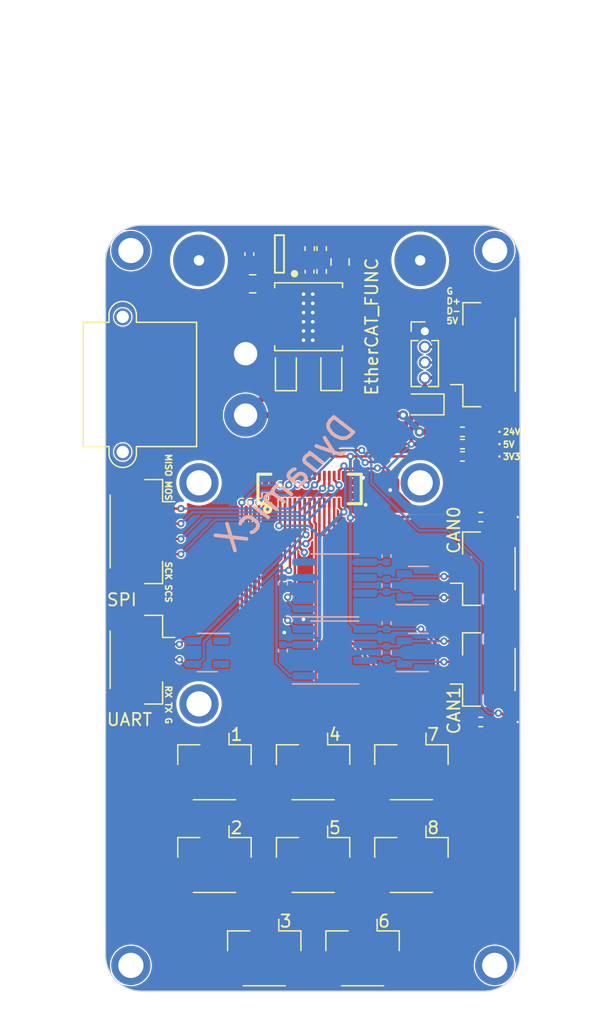
<source format=kicad_pcb>
(kicad_pcb (version 20221018) (generator pcbnew)
  (layers (0 "F.Cu" signal) (31 "B.Cu" signal) (34 "B.Paste" user) (35 "F.Paste" user) (36 "B.SilkS" user "B.Silkscreen") (37 "F.SilkS" user "F.Silkscreen") (38 "B.Mask" user) (39 "F.Mask" user) (44 "Edge.Cuts" user))
  (net 0 "")
  (net 1 "GND")
  (net 2 "+5V")
  (net 3 "3V3")
  (net 4 "+24V")
  (net 5 "Net-(U1-BS)")
  (net 6 "Net-(U1-LX)")
  (net 7 "Net-(U1-FB)")
  (net 8 "Net-(D1-A)")
  (net 9 "Net-(D2-A)")
  (net 10 "Net-(D3-A)")
  (net 11 "Net-(D4-A)")
  (net 12 "Net-(D5-A)")
  (net 13 "/CAN/FDCAN2_RX")
  (net 14 "/CAN/FDCAN2_TX")
  (net 15 "/CAN/FDCAN1_TX")
  (net 16 "/CAN/FDCAN1_RX")
  (net 17 "/CAN/CAN0_L")
  (net 18 "/CAN/CAN0_H")
  (net 19 "/CAN/CAN1_L")
  (net 20 "/CAN/CAN1_H")
  (net 21 "/POWER/D-")
  (net 22 "/POWER/D+")
  (net 23 "Net-(U1-FS)")
  (net 24 "/UART_RX")
  (net 25 "/UART_TX")
  (net 26 "/GPIO4")
  (net 27 "/GPIO5")
  (net 28 "/GPIO6")
  (net 29 "/GPIO7")
  (net 30 "/GPIO8")
  (net 31 "/SPI_SCS")
  (net 32 "/SPI_SCK")
  (net 33 "/SPI_MOSI")
  (net 34 "/SPI_MISO")
  (net 35 "/GPIO3")
  (net 36 "/GPIO2")
  (net 37 "/GPIO1")
  (net 38 "LED_CAN0")
  (net 39 "LED_CAN1")
  (footprint "EXTRA IC:M2" (layer "F.Cu") (at 162.74 73)
    (fp_text reference "H9" hide)
    (fp_text value "MountingHole")
  )
  (footprint "LED_SMD:LED_0402_1005Metric" (layer "F.Cu") (at 168.0975 87.96 180)
    (fp_text reference "D4" hide)
    (fp_text value "YELLOW")
  )
  (footprint "Resistor_SMD:R_0402_1005Metric" (layer "F.Cu") (at 154.72 72.04 -90)
    (fp_text reference "R3" hide)
    (fp_text value "20.5K")
  )
  (footprint "Connector_JST:JST_GH_BM02B-GHS-TBT_1x02-1MP_P1.25mm_Vertical" (layer "F.Cu") (at 154.025 114.3 180)
    (fp_text reference "J12" hide)
    (fp_text value "Conn_01x02")
  )
  (footprint "Connector_JST:JST_GH_SM03B-GHS-TB_1x03-1MP_P1.25mm_Horizontal" (layer "F.Cu") (at 140.07 105.51 -90)
    (fp_text reference "J8" hide)
    (fp_text value "Conn_01x03")
  )
  (footprint "Capacitor_SMD:C_0805_2012Metric" (layer "F.Cu") (at 149.11 74.91)
    (fp_text reference "C1" hide)
    (fp_text value "4.7u")
  )
  (footprint "EXTRA IC:M1.6" (layer "F.Cu") (at 144.74 109.107)
    (fp_text reference "H2" hide)
    (fp_text value "MountingHole")
  )
  (footprint "EXTRA IC:axt430124" (layer "F.Cu") (at 153.713 91.61)
    (fp_text reference "J1" hide)
    (fp_text value "axt430124")
  )
  (footprint "Resistor_SMD:R_0402_1005Metric" (layer "F.Cu") (at 167.67 93.9 180)
    (fp_text reference "R4" hide)
    (fp_text value "1K")
  )
  (footprint "Diode_SMD:D_SOD-323" (layer "F.Cu") (at 163.0675 84.73 180)
    (fp_text reference "D7" hide)
    (fp_text value "BV05C")
  )
  (footprint "EXTRA IC:M1.6" (layer "F.Cu") (at 168.8 130.4)
    (fp_text reference "H4" hide)
    (fp_text value "MountingHole")
  )
  (footprint "Resistor_SMD:R_0402_1005Metric" (layer "F.Cu") (at 166.1775 88.96 180)
    (fp_text reference "R8" hide)
    (fp_text value "1K")
  )
  (footprint "Connector_JST:JST_GH_BM02B-GHS-TBT_1x02-1MP_P1.25mm_Vertical" (layer "F.Cu") (at 146 114.3 180)
    (fp_text reference "J9" hide)
    (fp_text value "Conn_01x02")
  )
  (footprint "Connector_JST:JST_GH_BM02B-GHS-TBT_1x02-1MP_P1.25mm_Vertical" (layer "F.Cu") (at 146 121.85 180)
    (fp_text reference "J10" hide)
    (fp_text value "Conn_01x02")
  )
  (footprint "Diode_SMD:D_SOD-323" (layer "F.Cu") (at 155.51 81.99 90)
    (fp_text reference "D6" hide)
    (fp_text value "BV05C")
  )
  (footprint "EXTRA IC:M1.6" (layer "F.Cu") (at 144.74 91.11)
    (fp_text reference "H1" hide)
    (fp_text value "MountingHole")
  )
  (footprint "EXTRA IC:M1.6" (layer "F.Cu") (at 168.8 72.2)
    (fp_text reference "H7" hide)
    (fp_text value "MountingHole")
  )
  (footprint "EXTRA IC:M1.6" (layer "F.Cu") (at 139.2 72.2)
    (fp_text reference "H6" hide)
    (fp_text value "MountingHole")
  )
  (footprint "Connector_JST:JST_GH_BM02B-GHS-TBT_1x02-1MP_P1.25mm_Vertical" (layer "F.Cu") (at 150.05 129.45 180)
    (fp_text reference "J11" hide)
    (fp_text value "Conn_01x02")
  )
  (footprint "Resistor_SMD:R_0402_1005Metric" (layer "F.Cu") (at 166.1775 86.96 180)
    (fp_text reference "R10" hide)
    (fp_text value "10K")
  )
  (footprint "LED_SMD:LED_0402_1005Metric" (layer "F.Cu") (at 169.585 93.9 180)
    (fp_text reference "D1" hide)
    (fp_text value "BLUE")
  )
  (footprint "Connector_AMASS:AMASS_XT30PW-M_1x02_P2.50mm_Horizontal" (layer "F.Cu") (at 148.535 80.6 90)
    (fp_text reference "J5" hide)
    (fp_text value "Conn_01x02")
  )
  (footprint "Resistor_SMD:R_0402_1005Metric" (layer "F.Cu") (at 167.665 110.58 180)
    (fp_text reference "R5" hide)
    (fp_text value "1K")
  )
  (footprint "Connector_JST:JST_GH_BM02B-GHS-TBT_1x02-1MP_P1.25mm_Vertical" (layer "F.Cu") (at 158.05 129.45 180)
    (fp_text reference "J14" hide)
    (fp_text value "Conn_01x02")
  )
  (footprint "Connector_PinHeader_1.27mm:PinHeader_1x04_P1.27mm_Vertical" (layer "F.Cu") (at 163.115 78.77)
    (fp_text reference "J7" hide)
    (fp_text value "Conn_01x04")
  )
  (footprint "Capacitor_SMD:C_0402_1005Metric" (layer "F.Cu") (at 148.84 72.49 90)
    (fp_text reference "C2" hide)
    (fp_text value "10n")
  )
  (footprint "EXTRA IC:M1.6" (layer "F.Cu") (at 162.74 91.11)
    (fp_text reference "H3" hide)
    (fp_text value "MountingHole")
  )
  (footprint "Capacitor_SMD:C_0805_2012Metric" (layer "F.Cu") (at 156.22 73.13 -90)
    (fp_text reference "C4" hide)
    (fp_text value "22u")
  )
  (footprint "Connector_JST:JST_GH_SM02B-GHS-TB_1x02-1MP_P1.25mm_Horizontal" (layer "F.Cu") (at 167.9 106.31 90)
    (fp_text reference "J3" hide)
    (fp_text value "Conn_01x02")
  )
  (footprint "EXTRA IC:M2" (layer "F.Cu") (at 144.74 73)
    (fp_text reference "H8" hide)
    (fp_text value "MountingHole")
  )
  (footprint "EXTRA IC:M1.6" (layer "F.Cu") (at 139.2 130.4)
    (fp_text reference "H5" hide)
    (fp_text value "MountingHole")
  )
  (footprint "LED_SMD:LED_0402_1005Metric" (layer "F.Cu") (at 168.0975 86.96 180)
    (fp_text reference "D5" hide)
    (fp_text value "RED")
  )
  (footprint "Connector_JST:JST_GH_BM02B-GHS-TBT_1x02-1MP_P1.25mm_Vertical" (layer "F.Cu") (at 162.025 114.3 180)
    (fp_text reference "J15" hide)
    (fp_text value "Conn_01x02")
  )
  (footprint "Resistor_SMD:R_0402_1005Metric" (layer "F.Cu") (at 166.1775 87.96 180)
    (fp_text reference "R9" hide)
    (fp_text value "1K")
  )
  (footprint "Connector_JST:JST_GH_BM02B-GHS-TBT_1x02-1MP_P1.25mm_Vertical" (layer "F.Cu") (at 162.025 121.85 180)
    (fp_text reference "J16" hide)
    (fp_text value "Conn_01x02")
  )
  (footprint "Connector_JST:JST_GH_SM04B-GHS-TB_1x04-1MP_P1.25mm_Horizontal" (layer "F.Cu") (at 140.07 95.08 -90)
    (fp_text reference "J4" hide)
    (fp_text value "Conn_01x04")
  )
  (footprint "Diode_SMD:D_SOD-323" (layer "F.Cu") (at 151.81 82 90)
    (fp_text reference "D8" hide)
    (fp_text value "BV24C")
  )
  (footprint "Resistor_SMD:R_0402_1005Metric" (layer "F.Cu") (at 154.72 73.9 90)
    (fp_text reference "R2" hide)
    (fp_text value "150K")
  )
  (footprint "Capacitor_SMD:C_0402_1005Metric" (layer "F.Cu") (at 153.74 73.92 -90)
    (fp_text reference "C3" hide)
    (fp_text value "10n")
  )
  (footprint "Connector_JST:JST_GH_SM02B-GHS-TB_1x02-1MP_P1.25mm_Horizontal" (layer "F.Cu") (at 167.9 98.1 90)
    (fp_text reference "J2" hide)
    (fp_text value "Conn_01x02")
  )
  (footprint "Inductor_SMD:L_Sunlord_SWPA5040S" (layer "F.Cu") (at 153.66 77.59)
    (fp_text reference "L1" hide)
    (fp_text value "22uH")
  )
  (footprint "Connector_JST:JST_GH_SM04B-GHS-TB_1x04-1MP_P1.25mm_Horizontal" (layer "F.Cu") (at 167.92 80.68 90)
    (fp_text reference "J6" hide)
    (fp_text value "Conn_01x04")
  )
  (footprint "LED_SMD:LED_0402_1005Metric" (layer "F.Cu") (at 168.0975 88.96 180)
    (fp_text reference "D3" hide)
    (fp_text value "GREEN")
  )
  (footprint "LED_SMD:LED_0402_1005Metric" (layer "F.Cu") (at 169.585 110.58 180)
    (fp_text reference "D2" hide)
    (fp_text value "BLUE")
  )
  (footprint "Resistor_SMD:R_0402_1005Metric" (layer "F.Cu") (at 153.75 72.04 -90)
    (fp_text reference "R1" hide)
    (fp_text value "100K")
  )
  (footprint "Connector_JST:JST_GH_BM02B-GHS-TBT_1x02-1MP_P1.25mm_Vertical" (layer "F.Cu") (at 154.025 121.85 180)
    (fp_text reference "J13" hide)
    (fp_text value "Conn_01x02")
  )
  (footprint "EXTRA IC:SOT-23-8_L3.0-W1.7-P0.65-LS2.8-BR" (layer "F.Cu") (at 151.286 72.4765)
    (fp_text reference "U1" hide)
    (fp_text value "SY8303AAIC")
  )
  (footprint "Package_TO_SOT_SMD:SOT-23-3" (layer "B.Cu") (at 162.5925 104.925)
    (fp_text reference "U5" hide)
    (fp_text value "~")
  )
  (footprint "Capacitor_SMD:C_0402_1005Metric" (layer "B.Cu") (at 160 97.08 90)
    (fp_text reference "C6" hide)
    (fp_text value "100n")
  )
  (footprint "Capacitor_SMD:C_0402_1005Metric" (layer "B.Cu") (at 160 102.54 90)
    (fp_text reference "C5" hide)
    (fp_text value "100n")
  )
  (footprint "Package_SO:SOIC-8_3.9x4.9mm_P1.27mm" (layer "B.Cu") (at 155.785 104.925)
    (fp_text reference "U3" hide)
    (fp_text value "TJA1051T-3")
  )
  (footprint "Package_SO:SOIC-8_3.9x4.9mm_P1.27mm" (layer "B.Cu") (at 155.785 99.465)
    (fp_text reference "U2" hide)
    (fp_text value "TJA1051T-3")
  )
  (footprint "Package_TO_SOT_SMD:SOT-23-5" (layer "B.Cu") (at 145.4075 104.93 180)
    (fp_text reference "U6" hide)
    (fp_text value "ESDS314")
  )
  (footprint "Package_TO_SOT_SMD:SOT-23-3" (layer "B.Cu") (at 162.5925 99.475)
    (fp_text reference "U4" hide)
    (fp_text value "~")
  )
  (footprint "Resistor_SMD:R_0402_1005Metric" (layer "B.Cu") (at 160.005 104.93 90)
    (fp_text reference "R7" hide)
    (fp_text value "120")
  )
  (footprint "Resistor_SMD:R_0402_1005Metric" (layer "B.Cu") (at 160.01 99.47 90)
    (fp_text reference "R6" hide)
    (fp_text value "120")
  )
  (footprint "Capacitor_SMD:C_0402_1005Metric" (layer "B.Cu") (at 151.565 99.305 -90)
    (fp_text reference "C8" hide)
    (fp_text value "100n")
  )
  (footprint "Capacitor_SMD:C_0402_1005Metric" (layer "B.Cu") (at 151.565 104.765 -90)
    (fp_text reference "C7" hide)
    (fp_text value "100n")
  )
  (gr_line (start 167.914035 70.135965) (end 140.085965 70.135965) (stroke (width 0.1)) (layer "Edge.Cuts"))
  (gr_line (start 137.135965 128.05) (end 137.135965 129.55) (stroke (width 0.1)) (layer "Edge.Cuts"))
  (gr_line (start 170.864035 113.914035) (end 170.864035 73.085965) (stroke (width 0.1)) (layer "Edge.Cuts"))
  (gr_line (start 137.135965 73.085965) (end 137.135965 113.914035) (stroke (width 0.1)) (layer "Edge.Cuts"))
  (gr_line (start 140.085965 132.5) (end 167.914035 132.5) (stroke (width 0.1)) (layer "Edge.Cuts"))
  (gr_arc (start 137.135965 73.085965) (mid 138 71) (end 140.085965 70.135965) (stroke (width 0.1)) (layer "Edge.Cuts"))
  (gr_arc (start 167.914035 70.135965) (mid 170 71) (end 170.864035 73.085965) (stroke (width 0.1)) (layer "Edge.Cuts"))
  (gr_line (start 170.864035 113.914035) (end 170.864035 128.05) (stroke (width 0.1)) (layer "Edge.Cuts"))
  (gr_arc (start 170.864035 129.55) (mid 169.99999 131.635955) (end 167.914035 132.5) (stroke (width 0.1)) (layer "Edge.Cuts"))
  (gr_line (start 137.135965 113.914035) (end 137.135965 128.05) (stroke (width 0.1)) (layer "Edge.Cuts"))
  (gr_arc (start 140.085965 132.5) (mid 138.00001 131.635955) (end 137.135965 129.55) (stroke (width 0.1)) (layer "Edge.Cuts"))
  (gr_line (start 170.864035 128.05) (end 170.864035 129.55) (stroke (width 0.1)) (layer "Edge.Cuts"))
  (gr_text "DynamicX" (at 151.9 91.1 45) (layer "B.SilkS") (effects (font (size 2 2) (thickness 0.3) bold italic) (justify mirror)))
  (gr_text "SPI" (at 138.46 100.64) (layer "F.SilkS") (effects (font (size 1 1))))
  (gr_text "5" (at 155.8 119.2) (layer "F.SilkS") (effects (font (size 1 1))))
  (gr_text "MISO MOSI" (at 142.25 88.69 270) (layer "F.SilkS") (effects (font (size 0.5 0.5) (thickness 0.125) bold) (justify left)))
  (gr_text "4" (at 155.8 111.6) (layer "F.SilkS") (effects (font (size 1 1))))
  (gr_text "1" (at 147.8 111.6) (layer "F.SilkS") (effects (font (size 1 1))))
  (gr_text "RX TX G" (at 142.25 107.55 270) (layer "F.SilkS") (effects (font (size 0.5 0.5) (thickness 0.125) bold) (justify left)))
  (gr_text "3" (at 151.8 126.8) (layer "F.SilkS") (effects (font (size 1 1))))
  (gr_text "7" (at 163.8 111.6) (layer "F.SilkS") (effects (font (size 1 1))))
  (gr_text "UART" (at 139.079048 110.39) (layer "F.SilkS") (effects (font (size 1 1))))
  (gr_text "EtherCAT_FUNC" (at 158.8 78.4 90) (layer "F.SilkS") (effects (font (size 1 1))))
  (gr_text "CAN1" (at 165.48 109.66 90) (layer "F.SilkS") (effects (font (size 1 1))))
  (gr_text "8" (at 163.8 119.2) (layer "F.SilkS") (effects (font (size 1 1))))
  (gr_text "CAN0" (at 165.48 94.96 90) (layer "F.SilkS") (effects (font (size 1 1))))
  (gr_text "6" (at 159.8 126.8) (layer "F.SilkS") (effects (font (size 1 1))))
  (gr_text "2" (at 147.8 119.2) (layer "F.SilkS") (effects (font (size 1 1))))
  (gr_text "SCK SCS" (at 142.25 97.46 270) (layer "F.SilkS") (effects (font (size 0.5 0.5) (thickness 0.125) bold) (justify left)))
  (gr_text "5V" (at 169.41 87.99) (layer "F.SilkS") (effects (font (size 0.5 0.5) (thickness 0.125) bold) (justify left)))
  (gr_text "G\nD+\nD-\n5V" (at 164.81 76.72) (layer "F.SilkS") (effects (font (size 0.5 0.5) (thickness 0.125) bold) (justify left)))
  (gr_text "24V" (at 169.41 86.96) (layer "F.SilkS") (effects (font (size 0.5 0.5) (thickness 0.125) bold) (justify left)))
  (gr_text "3V3" (at 169.41 88.98) (layer "F.SilkS") (effects (font (size 0.5 0.5) (thickness 0.125) bold) (justify left)))
  (via (at 153.25 78.75) (size 0.6) (drill 0.3) (layers "F.Cu" "B.Cu") (net 1))
  (via (at 154 78) (size 0.6) (drill 0.3) (layers "F.Cu" "B.Cu") (net 1))
  (via (at 160.3 91.7) (size 0.6) (drill 0.3) (layers "F.Cu" "B.Cu") (net 1))
  (via (at 151.68 103.3) (size 0.6) (drill 0.3) (layers "F.Cu" "B.Cu") (net 1))
  (via (at 154 77.25) (size 0.6) (drill 0.3) (layers "F.Cu" "B.Cu") (net 1))
  (via (at 153.25 79.5) (size 0.6) (drill 0.3) (layers "F.Cu" "B.Cu") (net 1))
  (via (at 154 75.75) (size 0.6) (drill 0.3) (layers "F.Cu" "B.Cu") (net 1))
  (via (at 153.25 75.75) (size 0.6) (drill 0.3) (layers "F.Cu" "B.Cu") (net 1))
  (via (at 153.25 76.5) (size 0.6) (drill 0.3) (layers "F.Cu" "B.Cu") (net 1))
  (via (at 153.24 102.23) (size 0.6) (drill 0.3) (layers "F.Cu" "B.Cu") (net 1))
  (via (at 154 76.5) (size 0.6) (drill 0.3) (layers "F.Cu" "B.Cu") (net 1))
  (via (at 153.25 77.25) (size 0.6) (drill 0.3) (layers "F.Cu" "B.Cu") (net 1))
  (via (at 158.1 90.7) (size 0.6) (drill 0.3) (layers "F.Cu" "B.Cu") (net 1))
  (via (at 153.25 78) (size 0.6) (drill 0.3) (layers "F.Cu" "B.Cu") (net 1))
  (via (at 154 79.5) (size 0.6) (drill 0.3) (layers "F.Cu" "B.Cu") (net 1))
  (via (at 158.3 92.9) (size 0.6) (drill 0.3) (layers "F.Cu" "B.Cu") (net 1))
  (via (at 154 78.75) (size 0.6) (drill 0.3) (layers "F.Cu" "B.Cu") (net 1))
  (segment (start 154.71 74.4) (end 154.72 74.41) (width 0.32) (layer "F.Cu") (net 2))
  (segment (start 156.14 92.71) (end 156.14 93.089002) (width 0.2) (layer "F.Cu") (net 2))
  (segment (start 159.2095 89.9595) (end 159.2595 89.9095) (width 0.2) (layer "F.Cu") (net 2))
  (segment (start 156.14 90.130998) (end 156.5355 89.735498) (width 0.2) (layer "F.Cu") (net 2))
  (segment (start 163.14 82.555) (end 163.115 82.58) (width 0.32) (layer "F.Cu") (net 2))
  (segment (start 162.02 87.96) (end 162.0175 87.9575) (width 0.32) (layer "F.Cu") (net 2))
  (segment (start 162.02 87.96) (end 165.6675 87.96) (width 0.32) (layer "F.Cu") (net 2))
  (segment (start 153.74 74.4) (end 154.71 74.4) (width 0.32) (layer "F.Cu") (net 2))
  (segment (start 158.2275 80.94) (end 162.0175 84.73) (width 0.32) (layer "F.Cu") (net 2))
  (segment (start 154.72 74.41) (end 155.89 74.41) (width 0.32) (layer "F.Cu") (net 2))
  (segment (start 151.34 92.71) (end 151.34 94.51) (width 0.2) (layer "F.Cu") (net 2))
  (segment (start 163.115 82.58) (end 163.115 83.6325) (width 0.32) (layer "F.Cu") (net 2))
  (segment (start 151.34 89.935) (end 151.34 90.51) (width 0.2) (layer "F.Cu") (net 2))
  (segment (start 155.51 77.59) (end 155.51 80.94) (width 0.32) (layer "F.Cu") (net 2))
  (segment (start 151.34 94.51) (end 151.2405 94.6095) (width 0.2) (layer "F.Cu") (net 2))
  (segment (start 156.759502 89.9595) (end 159.2095 89.9595) (width 0.2) (layer "F.Cu") (net 2))
  (segment (start 163.115 83.6325) (end 162.0175 84.73) (width 0.32) (layer "F.Cu") (net 2))
  (segment (start 166.07 82.555) (end 163.14 82.555) (width 0.32) (layer "F.Cu") (net 2))
  (segment (start 155.89 74.41) (end 156.22 74.08) (width 0.32) (layer "F.Cu") (net 2))
  (segment (start 155.51 80.94) (end 158.2275 80.94) (width 0.32) (layer "F.Cu") (net 2))
  (segment (start 162.02 87.96) (end 153.315 87.96) (width 0.2) (layer "F.Cu") (net 2))
  (segment (start 156.5355 89.735498) (end 156.759502 89.9595) (width 0.2) (layer "F.Cu") (net 2))
  (segment (start 162.0175 87.9575) (end 162.0175 84.73) (width 0.32) (layer "F.Cu") (net 2))
  (segment (start 156.14 90.51) (end 156.14 90.130998) (width 0.2) (layer "F.Cu") (net 2))
  (segment (start 156.14 93.089002) (end 156.5355 93.484502) (width 0.2) (layer "F.Cu") (net 2))
  (segment (start 153.315 87.96) (end 151.34 89.935) (width 0.2) (layer "F.Cu") (net 2))
  (via (at 156.5355 93.484502) (size 0.6) (drill 0.3) (layers "F.Cu" "B.Cu") (net 2))
  (via (at 159.2595 89.9095) (size 0.6) (drill 0.3) (layers "F.Cu" "B.Cu") (net 2))
  (via (at 151.2405 94.6095) (size 0.6) (drill 0.3) (layers "F.Cu" "B.Cu") (net 2))
  (via (at 156.5355 89.735498) (size 0.6) (drill 0.3) (layers "F.Cu" "B.Cu") (net 2))
  (via (at 162.02 87.96) (size 0.6) (drill 0.3) (layers "F.Cu" "B.Cu") (net 2))
  (segment (start 154.525 98.83) (end 154.545 98.85) (width 0.32) (layer "B.Cu") (net 2))
  (segment (start 153.31 98.83) (end 151.57 98.83) (width 0.32) (layer "B.Cu") (net 2))
  (segment (start 151.2405 94.6095) (end 153.679498 94.6095) (width 0.2) (layer "B.Cu") (net 2))
  (segment (start 156.632468 93.387534) (end 156.5355 93.484502) (width 0.2) (layer "B.Cu") (net 2))
  (segment (start 154.545 103.715) (end 154.545 98.85) (width 0.32) (layer "B.Cu") (net 2))
  (segment (start 153.679498 94.6095) (end 154.545 95.475002) (width 0.2) (layer "B.Cu") (net 2))
  (segment (start 153.31 104.29) (end 153.97 104.29) (width 0.32) (layer "B.Cu") (net 2))
  (segment (start 153.97 104.29) (end 154.545 103.715) (width 0.32) (layer "B.Cu") (net 2))
  (segment (start 162.02 87.96) (end 160.0705 89.9095) (width 0.2) (layer "B.Cu") (net 2))
  (segment (start 156.5355 89.735498) (end 156.632468 89.832466) (width 0.2) (layer "B.Cu") (net 2))
  (segment (start 151.57 104.29) (end 151.565 104.285) (width 0.32) (layer "B.Cu") (net 2))
  (segment (start 154.545 95.475002) (end 156.5355 93.484502) (width 0.32) (layer "B.Cu") (net 2))
  (segment (start 156.632468 89.832466) (end 156.632468 93.387534) (width 0.2) (layer "B.Cu") (net 2))
  (segment (start 153.31 98.83) (end 154.525 98.83) (width 0.32) (layer "B.Cu") (net 2))
  (segment (start 154.545 98.85) (end 154.545 95.475002) (width 0.32) (layer "B.Cu") (net 2))
  (segment (start 153.31 104.29) (end 151.57 104.29) (width 0.32) (layer "B.Cu") (net 2))
  (segment (start 151.57 98.83) (end 151.565 98.825) (width 0.32) (layer "B.Cu") (net 2))
  (segment (start 160.0705 89.9095) (end 159.2595 89.9095) (width 0.2) (layer "B.Cu") (net 2))
  (segment (start 153.34 90.51) (end 153.34 90.02) (width 0.2) (layer "F.Cu") (net 3))
  (segment (start 157.11 93.9) (end 157.06 93.95) (width 0.2) (layer "F.Cu") (net 3))
  (segment (start 153.425 89.935) (end 154.13 89.935) (width 0.2) (layer "F.Cu") (net 3))
  (segment (start 157.06 88.96) (end 165.6675 88.96) (width 0.2) (layer "F.Cu") (net 3))
  (segment (start 154.14 90.51) (end 154.14 89.945) (width 0.2) (layer "F.Cu") (net 3))
  (segment (start 154.14 89.945) (end 154.13 89.935) (width 0.2) (layer "F.Cu") (net 3))
  (segment (start 153.34 90.02) (end 153.425 89.935) (width 0.2) (layer "F.Cu") (net 3))
  (segment (start 155.29 88.96) (end 157.06 88.96) (width 0.2) (layer "F.Cu") (net 3))
  (segment (start 154.315 89.935) (end 155.29 88.96) (width 0.2) (layer "F.Cu") (net 3))
  (segment (start 167.16 93.9) (end 157.11 93.9) (width 0.2) (layer "F.Cu") (net 3))
  (segment (start 164.17 107.595) (end 164.17 104.39) (width 0.2) (layer "F.Cu") (net 3))
  (segment (start 167.155 110.58) (end 164.17 107.595) (width 0.2) (layer "F.Cu") (net 3))
  (segment (start 154.13 89.935) (end 154.315 89.935) (width 0.2) (layer "F.Cu") (net 3))
  (segment (start 164.17 104.39) (end 162.8 103.02) (width 0.2) (layer "F.Cu") (net 3))
  (via (at 157.06 88.96) (size 0.6) (drill 0.3) (layers "F.Cu" "B.Cu") (net 3))
  (via (at 157.06 93.95) (size 0.6) (drill 0.3) (layers "F.Cu" "B.Cu") (net 3))
  (via (at 162.8 103.02) (size 0.6) (drill 0.3) (layers "F.Cu" "B.Cu") (net 3))
  (segment (start 157.06 97.52) (end 157.06 93.95) (width 0.25) (layer "B.Cu") (net 3))
  (segment (start 158.26 103.02) (end 157.6 103.02) (width 0.25) (layer "B.Cu") (net 3))
  (segment (start 157.06 102.48) (end 157.06 97.52) (width 0.25) (layer "B.Cu") (net 3))
  (segment (start 158.26 103.02) (end 160 103.02) (width 0.25) (layer "B.Cu") (net 3))
  (segment (start 157.06 93.95) (end 157.06 88.96) (width 0.25) (layer "B.Cu") (net 3))
  (segment (start 158.26 97.56) (end 157.1 97.56) (width 0.25) (layer "B.Cu") (net 3))
  (segment (start 157.6 103.02) (end 157.06 102.48) (width 0.25) (layer "B.Cu") (net 3))
  (segment (start 162.8 103.02) (end 160 103.02) (width 0.2) (layer "B.Cu") (net 3))
  (segment (start 158.26 97.56) (end 160 97.56) (width 0.25) (layer "B.Cu") (net 3))
  (segment (start 157.1 97.56) (end 157.06 97.52) (width 0.25) (layer "B.Cu") (net 3))
  (segment (start 148.27 71.704315) (end 148.27 73.28) (width 0.32) (layer "F.Cu") (net 4))
  (segment (start 148.53 73.54) (end 149.9715 73.54) (width 0.32) (layer "F.Cu") (net 4))
  (segment (start 150.06 71.5015) (end 150.0285 71.47) (width 0.32) (layer "F.Cu") (net 4))
  (segment (start 150.635 83.5) (end 150.635 82.125) (width 0.5) (layer "F.Cu") (net 4))
  (segment (start 150.0285 71.47) (end 148.504315 71.47) (width 0.32) (layer "F.Cu") (net 4))
  (segment (start 148.535 85.6) (end 161.358 85.6) (width 0.5) (layer "F.Cu") (net 4))
  (segment (start 148.504315 71.47) (end 148.27 71.704315) (width 0.32) (layer "F.Cu") (net 4))
  (segment (start 150.635 79.915) (end 150.635 75.485) (width 0.5) (layer "F.Cu") (net 4))
  (segment (start 150.06 74.91) (end 150.635 75.485) (width 0.5) (layer "F.Cu") (net 4))
  (segment (start 150.635 82.125) (end 151.81 80.95) (width 0.5) (layer "F.Cu") (net 4))
  (segment (start 151.67 80.95) (end 150.635 79.915) (width 0.5) (layer "F.Cu") (net 4))
  (segment (start 151.81 80.95) (end 151.67 80.95) (width 0.5) (layer "F.Cu") (net 4))
  (segment (start 149.9715 73.54) (end 150.06 73.4515) (width 0.32) (layer "F.Cu") (net 4))
  (segment (start 165.6675 86.96) (end 162.677 86.96) (width 0.5) (layer "F.Cu") (net 4))
  (segment (start 148.27 73.28) (end 148.53 73.54) (width 0.32) (layer "F.Cu") (net 4))
  (segment (start 148.535 85.6) (end 150.635 83.5) (width 0.5) (layer "F.Cu") (net 4))
  (via (at 161.358 85.6) (size 0.8) (drill 0.4) (layers "F.Cu" "B.Cu") (net 4))
  (via (at 162.677 86.96) (size 0.8) (drill 0.4) (layers "F.Cu" "B.Cu") (net 4))
  (segment (start 162.677 86.919) (end 161.358 85.6) (width 0.5) (layer "B.Cu") (net 4))
  (segment (start 162.677 86.96) (end 162.677 86.919) (width 0.5) (layer "B.Cu") (net 4))
  (segment (start 149.0085 72.8015) (end 148.84 72.97) (width 0.32) (layer "F.Cu") (net 5))
  (segment (start 150.06 72.8015) (end 149.0085 72.8015) (width 0.32) (layer "F.Cu") (net 5))
  (segment (start 150.06 72.1515) (end 148.9815 72.1515) (width 0.32) (layer "F.Cu") (net 6))
  (segment (start 151.32 72.9675) (end 151.32 77.1) (width 0.32) (layer "F.Cu") (net 6))
  (segment (start 151.3 77.08) (end 151.81 77.59) (width 0.32) (layer "F.Cu") (net 6))
  (segment (start 150.06 72.1515) (end 150.504 72.1515) (width 0.32) (layer "F.Cu") (net 6))
  (segment (start 151.32 77.1) (end 151.81 77.59) (width 0.32) (layer "F.Cu") (net 6))
  (segment (start 148.9815 72.1515) (end 148.84 72.01) (width 0.32) (layer "F.Cu") (net 6))
  (segment (start 150.504 72.1515) (end 151.32 72.9675) (width 0.32) (layer "F.Cu") (net 6))
  (segment (start 154.72 73.39) (end 154.72 72.55) (width 0.25) (layer "F.Cu") (net 7))
  (segment (start 153.74 73.44) (end 154.67 73.44) (width 0.25) (layer "F.Cu") (net 7))
  (segment (start 152.512 73.4515) (end 153.7285 73.4515) (width 0.25) (layer "F.Cu") (net 7))
  (segment (start 153.7285 73.4515) (end 153.74 73.44) (width 0.25) (layer "F.Cu") (net 7))
  (segment (start 154.67 73.44) (end 154.72 73.39) (width 0.25) (layer "F.Cu") (net 7))
  (segment (start 168.18 93.9) (end 169.1 93.9) (width 0.2) (layer "F.Cu") (net 8))
  (segment (start 168.175 110.58) (end 169.1 110.58) (width 0.2) (layer "F.Cu") (net 9))
  (segment (start 166.6875 88.96) (end 167.6125 88.96) (width 0.2) (layer "F.Cu") (net 10))
  (segment (start 166.6875 87.96) (end 167.6125 87.96) (width 0.2) (layer "F.Cu") (net 11))
  (segment (start 166.6875 86.96) (end 167.6125 86.96) (width 0.2) (layer "F.Cu") (net 12))
  (segment (start 151.74 97.42) (end 151.46 97.7) (width 0.2) (layer "F.Cu") (net 13))
  (segment (start 151.74 92.71) (end 151.74 97.42) (width 0.2) (layer "F.Cu") (net 13))
  (segment (start 151.46 97.7) (end 151.46 101.81) (width 0.2) (layer "F.Cu") (net 13))
  (segment (start 151.46 101.81) (end 151.96 102.31) (width 0.2) (layer "F.Cu") (net 13))
  (via (at 151.96 102.31) (size 0.6) (drill 0.3) (layers "F.Cu" "B.Cu") (net 13))
  (segment (start 153.31 103.02) (end 152.67 103.02) (width 0.2) (layer "B.Cu") (net 13))
  (segment (start 152.67 103.02) (end 151.96 102.31) (width 0.2) (layer "B.Cu") (net 13))
  (segment (start 152.14 98.140831) (end 152.0405 98.240331) (width 0.2) (layer "F.Cu") (net 14))
  (segment (start 152.14 92.71) (end 152.14 98.140831) (width 0.2) (layer "F.Cu") (net 14))
  (via (at 152.0405 98.240331) (size 0.6) (drill 0.3) (layers "F.Cu" "B.Cu") (net 14))
  (segment (start 151.358836 98.240331) (end 151.04 98.559167) (width 0.2) (layer "B.Cu") (net 14))
  (segment (start 152.11 106.83) (end 153.31 106.83) (width 0.2) (layer "B.Cu") (net 14))
  (segment (start 151.04 98.559167) (end 151.04 105.76) (width 0.2) (layer "B.Cu") (net 14))
  (segment (start 152.0405 98.240331) (end 151.358836 98.240331) (width 0.2) (layer "B.Cu") (net 14))
  (segment (start 151.04 105.76) (end 152.11 106.83) (width 0.2) (layer "B.Cu") (net 14))
  (segment (start 152.54 92.71) (end 152.54 99.835798) (width 0.2) (layer "F.Cu") (net 15))
  (segment (start 152.54 99.835798) (end 151.960843 100.414955) (width 0.2) (layer "F.Cu") (net 15))
  (via (at 151.960843 100.414955) (size 0.6) (drill 0.3) (layers "F.Cu" "B.Cu") (net 15))
  (segment (start 151.960843 100.700843) (end 151.960843 100.414955) (width 0.2) (layer "B.Cu") (net 15))
  (segment (start 153.31 101.37) (end 152.63 101.37) (width 0.2) (layer "B.Cu") (net 15))
  (segment (start 152.63 101.37) (end 151.960843 100.700843) (width 0.2) (layer "B.Cu") (net 15))
  (segment (start 153.31 96.77) (end 152.94 96.4) (width 0.2) (layer "F.Cu") (net 16))
  (segment (start 152.94 96.4) (end 152.94 92.71) (width 0.2) (layer "F.Cu") (net 16))
  (via (at 153.31 96.77) (size 0.6) (drill 0.3) (layers "F.Cu" "B.Cu") (net 16))
  (segment (start 153.31 96.77) (end 153.31 97.56) (width 0.2) (layer "B.Cu") (net 16))
  (segment (start 164.685 98.725) (end 164.68 98.73) (width 0.2) (layer "F.Cu") (net 17))
  (segment (start 166.05 98.725) (end 164.685 98.725) (width 0.2) (layer "F.Cu") (net 17))
  (via (at 164.68 98.73) (size 0.6) (drill 0.3) (layers "F.Cu" "B.Cu") (net 17))
  (segment (start 160.01 98.96) (end 158.39 98.96) (width 0.2) (layer "B.Cu") (net 17))
  (segment (start 161.02 98.96) (end 161.455 98.525) (width 0.2) (layer "B.Cu") (net 17))
  (segment (start 160.01 98.96) (end 161.02 98.96) (width 0.2) (layer "B.Cu") (net 17))
  (segment (start 164.68 98.73) (end 161.66 98.73) (width 0.2) (layer "B.Cu") (net 17))
  (segment (start 161.66 98.73) (end 161.455 98.525) (width 0.2) (layer "B.Cu") (net 17))
  (segment (start 158.39 98.96) (end 158.26 98.83) (width 0.2) (layer "B.Cu") (net 17))
  (segment (start 167.1 97.99) (end 167.1 99.019975) (width 0.2) (layer "F.Cu") (net 18))
  (segment (start 166.05 97.475) (end 166.585 97.475) (width 0.2) (layer "F.Cu") (net 18))
  (segment (start 167.1 99.019975) (end 165.669975 100.45) (width 0.2) (layer "F.Cu") (net 18))
  (segment (start 166.585 97.475) (end 167.1 97.99) (width 0.2) (layer "F.Cu") (net 18))
  (segment (start 165.669975 100.45) (end 164.67 100.45) (width 0.2) (layer "F.Cu") (net 18))
  (via (at 164.67 100.45) (size 0.6) (drill 0.3) (layers "F.Cu" "B.Cu") (net 18))
  (segment (start 160.01 99.98) (end 158.38 99.98) (width 0.2) (layer "B.Cu") (net 18))
  (segment (start 164.67 100.45) (end 161.48 100.45) (width 0.2) (layer "B.Cu") (net 18))
  (segment (start 160.01 99.98) (end 161.01 99.98) (width 0.2) (layer "B.Cu") (net 18))
  (segment (start 161.48 100.45) (end 161.455 100.425) (width 0.2) (layer "B.Cu") (net 18))
  (segment (start 161.01 99.98) (end 161.455 100.425) (width 0.2) (layer "B.Cu") (net 18))
  (segment (start 158.38 99.98) (end 158.26 100.1) (width 0.2) (layer "B.Cu") (net 18))
  (segment (start 165.71 104) (end 164.67 104) (width 0.2) (layer "F.Cu") (net 19))
  (segment (start 166.05 106.935) (end 166.575 106.935) (width 0.2) (layer "F.Cu") (net 19))
  (segment (start 167.1 106.41) (end 167.1 105.39) (width 0.2) (layer "F.Cu") (net 19))
  (segment (start 167.1 105.39) (end 165.71 104) (width 0.2) (layer "F.Cu") (net 19))
  (segment (start 166.575 106.935) (end 167.1 106.41) (width 0.2) (layer "F.Cu") (net 19))
  (via (at 164.67 104) (size 0.6) (drill 0.3) (layers "F.Cu" "B.Cu") (net 19))
  (segment (start 160.005 104.42) (end 158.39 104.42) (width 0.2) (layer "B.Cu") (net 19))
  (segment (start 161.48 104) (end 161.455 103.975) (width 0.2) (layer "B.Cu") (net 19))
  (segment (start 161.01 104.42) (end 161.455 103.975) (width 0.2) (layer "B.Cu") (net 19))
  (segment (start 164.67 104) (end 161.48 104) (width 0.2) (layer "B.Cu") (net 19))
  (segment (start 160.005 104.42) (end 161.01 104.42) (width 0.2) (layer "B.Cu") (net 19))
  (segment (start 158.39 104.42) (end 158.26 104.29) (width 0.2) (layer "B.Cu") (net 19))
  (segment (start 166.05 105.685) (end 164.675 105.685) (width 0.2) (layer "F.Cu") (net 20))
  (segment (start 164.675 105.685) (end 164.67 105.69) (width 0.2) (layer "F.Cu") (net 20))
  (via (at 164.67 105.69) (size 0.6) (drill 0.3) (layers "F.Cu" "B.Cu") (net 20))
  (segment (start 161.02 105.44) (end 161.455 105.875) (width 0.2) (layer "B.Cu") (net 20))
  (segment (start 160.005 105.44) (end 158.38 105.44) (width 0.2) (layer "B.Cu") (net 20))
  (segment (start 158.38 105.44) (end 158.26 105.56) (width 0.2) (layer "B.Cu") (net 20))
  (segment (start 164.67 105.69) (end 161.64 105.69) (width 0.2) (layer "B.Cu") (net 20))
  (segment (start 161.64 105.69) (end 161.455 105.875) (width 0.2) (layer "B.Cu") (net 20))
  (segment (start 160.005 105.44) (end 161.02 105.44) (width 0.2) (layer "B.Cu") (net 20))
  (segment (start 166.07 81.305) (end 166.065 81.31) (width 0.2) (layer "F.Cu") (net 21))
  (segment (start 166.065 81.31) (end 163.115 81.31) (width 0.2) (layer "F.Cu") (net 21))
  (segment (start 166.07 80.055) (end 166.055 80.04) (width 0.2) (layer "F.Cu") (net 22))
  (segment (start 166.055 80.04) (end 163.115 80.04) (width 0.2) (layer "F.Cu") (net 22))
  (segment (start 152.512 72.8015) (end 153.4985 72.8015) (width 0.25) (layer "F.Cu") (net 23))
  (segment (start 153.4985 72.8015) (end 153.75 72.55) (width 0.25) (layer "F.Cu") (net 23))
  (segment (start 153.34 95.24) (end 153.34 92.71) (width 0.2) (layer "F.Cu") (net 24))
  (segment (start 143.15 104.26) (end 141.92 104.26) (width 0.2) (layer "F.Cu") (net 24))
  (segment (start 153.44 95.34) (end 153.34 95.24) (width 0.2) (layer "F.Cu") (net 24))
  (via (at 143.15 104.26) (size 0.6) (drill 0.3) (layers "F.Cu" "B.Cu") (net 24))
  (via (at 153.44 95.34) (size 0.6) (drill 0.3) (layers "F.Cu" "B.Cu") (net 24))
  (segment (start 144.63 103.98) (end 144.27 103.98) (width 0.2) (layer "B.Cu") (net 24))
  (segment (start 143.43 103.98) (end 143.15 104.26) (width 0.2) (layer "B.Cu") (net 24))
  (segment (start 153.44 95.34) (end 153.27 95.34) (width 0.2) (layer "B.Cu") (net 24))
  (segment (start 153.27 95.34) (end 144.63 103.98) (width 0.2) (layer "B.Cu") (net 24))
  (segment (start 144.27 103.98) (end 143.43 103.98) (width 0.2) (layer "B.Cu") (net 24))
  (segment (start 153.4395 96.067048) (end 153.9395 95.567048) (width 0.2) (layer "F.Cu") (net 25))
  (segment (start 153.74 94.353393) (end 153.74 92.71) (width 0.2) (layer "F.Cu") (net 25))
  (segment (start 143.16 105.51) (end 141.92 105.51) (width 0.2) (layer "F.Cu") (net 25))
  (segment (start 153.9395 94.552893) (end 153.74 94.353393) (width 0.2) (layer "F.Cu") (net 25))
  (segment (start 153.9395 95.567048) (end 153.9395 94.552893) (width 0.2) (layer "F.Cu") (net 25))
  (via (at 143.16 105.51) (size 0.6) (drill 0.3) (layers "F.Cu" "B.Cu") (net 25))
  (via (at 153.4395 96.067048) (size 0.6) (drill 0.3) (layers "F.Cu" "B.Cu") (net 25))
  (segment (start 153.4395 96.067048) (end 153.107855 96.067048) (width 0.2) (layer "B.Cu") (net 25))
  (segment (start 143.53 105.88) (end 143.16 105.51) (width 0.2) (layer "B.Cu") (net 25))
  (segment (start 144.67 105.88) (end 144.27 105.88) (width 0.2) (layer "B.Cu") (net 25))
  (segment (start 153.107855 96.067048) (end 145.1325 104.042403) (width 0.2) (layer "B.Cu") (net 25))
  (segment (start 145.1325 104.042403) (end 145.1325 105.4175) (width 0.2) (layer "B.Cu") (net 25))
  (segment (start 144.27 105.88) (end 143.53 105.88) (width 0.2) (layer "B.Cu") (net 25))
  (segment (start 145.1325 105.4175) (end 144.67 105.88) (width 0.2) (layer "B.Cu") (net 25))
  (segment (start 154.24 94.429129) (end 154.24 110.96) (width 0.2) (layer "F.Cu") (net 26))
  (segment (start 154.24 110.96) (end 153.4 111.8) (width 0.2) (layer "F.Cu") (net 26))
  (segment (start 154.14 92.71) (end 154.14 94.329129) (width 0.2) (layer "F.Cu") (net 26))
  (segment (start 154.14 94.329129) (end 154.24 94.429129) (width 0.2) (layer "F.Cu") (net 26))
  (segment (start 153.4 111.8) (end 153.4 112.35) (width 0.2) (layer "F.Cu") (net 26))
  (segment (start 153.9 111.755025) (end 153.9 118.9) (width 0.2) (layer "F.Cu") (net 27))
  (segment (start 153.4 119.4) (end 153.4 119.9) (width 0.2) (layer "F.Cu") (net 27))
  (segment (start 154.54 111.115025) (end 153.9 111.755025) (width 0.2) (layer "F.Cu") (net 27))
  (segment (start 153.9 118.9) (end 153.4 119.4) (width 0.2) (layer "F.Cu") (net 27))
  (segment (start 154.54 92.71) (end 154.54 111.115025) (width 0.2) (layer "F.Cu") (net 27))
  (segment (start 157.425 111.880025) (end 157.425 127.5) (width 0.2) (layer "F.Cu") (net 28))
  (segment (start 154.94 109.395025) (end 157.425 111.880025) (width 0.2) (layer "F.Cu") (net 28))
  (segment (start 154.94 92.71) (end 154.94 109.395025) (width 0.2) (layer "F.Cu") (net 28))
  (segment (start 161.4 111.9) (end 161.4 112.35) (width 0.2) (layer "F.Cu") (net 29))
  (segment (start 155.34 92.71) (end 155.34 105.84) (width 0.2) (layer "F.Cu") (net 29))
  (segment (start 155.34 105.84) (end 161.4 111.9) (width 0.2) (layer "F.Cu") (net 29))
  (segment (start 162.15 109.105025) (end 162.15 118.65) (width 0.2) (layer "F.Cu") (net 30))
  (segment (start 155.74 102.695025) (end 162.15 109.105025) (width 0.2) (layer "F.Cu") (net 30))
  (segment (start 155.74 92.71) (end 155.74 102.695025) (width 0.2) (layer "F.Cu") (net 30))
  (segment (start 161.4 119.4) (end 161.4 119.9) (width 0.2) (layer "F.Cu") (net 30))
  (segment (start 162.15 118.65) (end 161.4 119.4) (width 0.2) (layer "F.Cu") (net 30))
  (segment (start 155.74 90.892033) (end 156.132468 91.284501) (width 0.2) (layer "F.Cu") (net 31))
  (segment (start 155.74 90.51) (end 155.74 90.892033) (width 0.2) (layer "F.Cu") (net 31))
  (segment (start 143.27 96.92) (end 141.955 96.92) (width 0.2) (layer "F.Cu") (net 31))
  (segment (start 141.955 96.92) (end 141.92 96.955) (width 0.2) (layer "F.Cu") (net 31))
  (via (at 156.132468 91.284501) (size 0.6) (drill 0.3) (layers "F.Cu" "B.Cu") (net 31))
  (via (at 143.27 96.92) (size 0.6) (drill 0.3) (layers "F.Cu" "B.Cu") (net 31))
  (segment (start 153.64661 94.11) (end 153.097107 94.11) (width 0.2) (layer "B.Cu") (net 31))
  (segment (start 146.08 94.11) (end 143.27 96.92) (width 0.2) (layer "B.Cu") (net 31))
  (segment (start 153.097107 94.11) (end 146.08 94.11) (width 0.2) (layer "B.Cu") (net 31))
  (segment (start 156.132468 91.284501) (end 156.132468 91.624142) (width 0.2) (layer "B.Cu") (net 31))
  (segment (start 156.132468 91.624142) (end 153.64661 94.11) (width 0.2) (layer "B.Cu") (net 31))
  (segment (start 143.27 95.68) (end 141.945 95.68) (width 0.2) (layer "F.Cu") (net 32))
  (segment (start 155.34 90.51) (end 155.34 91.410497) (width 0.2) (layer "F.Cu") (net 32))
  (segment (start 141.945 95.68) (end 141.92 95.705) (width 0.2) (layer "F.Cu") (net 32))
  (segment (start 155.34 91.410497) (end 155.489503 91.56) (width 0.2) (layer "F.Cu") (net 32))
  (via (at 155.489503 91.56) (size 0.6) (drill 0.3) (layers "F.Cu" "B.Cu") (net 32))
  (via (at 143.27 95.68) (size 0.6) (drill 0.3) (layers "F.Cu" "B.Cu") (net 32))
  (segment (start 145.87 93.81) (end 145.14 93.81) (width 0.2) (layer "B.Cu") (net 32))
  (segment (start 145.14 93.81) (end 143.27 95.68) (width 0.2) (layer "B.Cu") (net 32))
  (segment (start 155.489503 91.56) (end 155.489503 91.567604) (width 0.2) (layer "B.Cu") (net 32))
  (segment (start 155.489503 91.567604) (end 153.247107 93.81) (width 0.2) (layer "B.Cu") (net 32))
  (segment (start 153.247107 93.81) (end 145.87 93.81) (width 0.2) (layer "B.Cu") (net 32))
  (segment (start 143.27 94.43) (end 141.945 94.43) (width 0.2) (layer "F.Cu") (net 33))
  (segment (start 154.94 90.51) (end 154.94 91.41) (width 0.2) (layer "F.Cu") (net 33))
  (segment (start 154.94 91.41) (end 154.79 91.56) (width 0.2) (layer "F.Cu") (net 33))
  (segment (start 141.945 94.43) (end 141.92 94.455) (width 0.2) (layer "F.Cu") (net 33))
  (via (at 154.79 91.56) (size 0.6) (drill 0.3) (layers "F.Cu" "B.Cu") (net 33))
  (via (at 143.27 94.43) (size 0.6) (drill 0.3) (layers "F.Cu" "B.Cu") (net 33))
  (segment (start 144.19 93.51) (end 143.27 94.43) (width 0.2) (layer "B.Cu") (net 33))
  (segment (start 152.84 93.51) (end 144.19 93.51) (width 0.2) (layer "B.Cu") (net 33))
  (segment (start 154.79 91.56) (end 152.84 93.51) (width 0.2) (layer "B.Cu") (net 33))
  (segment (start 143.27 93.21) (end 141.925 93.21) (width 0.2) (layer "F.Cu") (net 34))
  (segment (start 154.54 90.891538) (end 154.147036 91.284502) (width 0.2) (layer "F.Cu") (net 34))
  (segment (start 141.925 93.21) (end 141.92 93.205) (width 0.2) (layer "F.Cu") (net 34))
  (segment (start 154.54 90.51) (end 154.54 90.891538) (width 0.2) (layer "F.Cu") (net 34))
  (via (at 143.27 93.21) (size 0.6) (drill 0.3) (layers "F.Cu" "B.Cu") (net 34))
  (via (at 154.147036 91.284502) (size 0.6) (drill 0.3) (layers "F.Cu" "B.Cu") (net 34))
  (segment (start 154.147036 91.292106) (end 152.229142 93.21) (width 0.2) (layer "B.Cu") (net 34))
  (segment (start 152.229142 93.21) (end 143.27 93.21) (width 0.2) (layer "B.Cu") (net 34))
  (segment (start 154.147036 91.284502) (end 154.147036 91.292106) (width 0.2) (layer "B.Cu") (net 34))
  (segment (start 149.62569 92.7105) (end 149.62569 127.29931) (width 0.2) (layer "F.Cu") (net 35))
  (segment (start 152.54 90.51) (end 152.54 91.076472) (width 0.2) (layer "F.Cu") (net 35))
  (segment (start 152.54 91.076472) (end 152.74803 91.284502) (width 0.2) (layer "F.Cu") (net 35))
  (segment (start 149.62569 127.29931) (end 149.425 127.5) (width 0.2) (layer "F.Cu") (net 35))
  (via (at 149.62569 92.7105) (size 0.6) (drill 0.3) (layers "F.Cu" "B.Cu") (net 35))
  (via (at 152.74803 91.284502) (size 0.6) (drill 0.3) (layers "F.Cu" "B.Cu") (net 35))
  (segment (start 150.251688 92.084502) (end 151.953507 92.084502) (width 0.2) (layer "B.Cu") (net 35))
  (segment (start 152.74803 91.289979) (end 152.74803 91.284502) (width 0.2) (layer "B.Cu") (net 35))
  (segment (start 149.62569 92.7105) (end 150.251688 92.084502) (width 0.2) (layer "B.Cu") (net 35))
  (segment (start 151.953507 92.084502) (end 152.74803 91.289979) (width 0.2) (layer "B.Cu") (net 35))
  (segment (start 148.926187 112.273813) (end 145.375 115.825) (width 0.2) (layer "F.Cu") (net 36))
  (segment (start 152.14 90.51) (end 152.14 91.190902) (width 0.2) (layer "F.Cu") (net 36))
  (segment (start 152.14 91.190902) (end 152.048533 91.282369) (width 0.2) (layer "F.Cu") (net 36))
  (segment (start 148.926187 92.7105) (end 148.926187 112.273813) (width 0.2) (layer "F.Cu") (net 36))
  (segment (start 145.375 115.825) (end 145.375 119.9) (width 0.2) (layer "F.Cu") (net 36))
  (via (at 148.926187 92.7105) (size 0.6) (drill 0.3) (layers "F.Cu" "B.Cu") (net 36))
  (via (at 152.048533 91.282369) (size 0.6) (drill 0.3) (layers "F.Cu" "B.Cu") (net 36))
  (segment (start 152.048533 91.292108) (end 152.048533 91.282369) (width 0.2) (layer "B.Cu") (net 36))
  (segment (start 149.844581 91.784502) (end 151.556139 91.784502) (width 0.2) (layer "B.Cu") (net 36))
  (segment (start 151.556139 91.784502) (end 152.048533 91.292108) (width 0.2) (layer "B.Cu") (net 36))
  (segment (start 148.926187 92.702896) (end 149.844581 91.784502) (width 0.2) (layer "B.Cu") (net 36))
  (segment (start 148.926187 92.7105) (end 148.926187 92.702896) (width 0.2) (layer "B.Cu") (net 36))
  (segment (start 151.548533 91.075262) (end 151.74 90.883795) (width 0.2) (layer "F.Cu") (net 37))
  (segment (start 151.548533 91.085001) (end 151.548533 91.075262) (width 0.2) (layer "F.Cu") (net 37))
  (segment (start 151.349032 91.284502) (end 151.548533 91.085001) (width 0.2) (layer "F.Cu") (net 37))
  (segment (start 148.226684 108.973316) (end 145.375 111.825) (width 0.2) (layer "F.Cu") (net 37))
  (segment (start 145.375 111.825) (end 145.375 112.35) (width 0.2) (layer "F.Cu") (net 37))
  (segment (start 148.226684 92.7105) (end 148.226684 108.973316) (width 0.2) (layer "F.Cu") (net 37))
  (segment (start 151.74 90.883795) (end 151.74 90.51) (width 0.2) (layer "F.Cu") (net 37))
  (via (at 151.349032 91.284502) (size 0.6) (drill 0.3) (layers "F.Cu" "B.Cu") (net 37))
  (via (at 148.226684 92.7105) (size 0.6) (drill 0.3) (layers "F.Cu" "B.Cu") (net 37))
  (segment (start 149.645078 91.284502) (end 151.349032 91.284502) (width 0.2) (layer "B.Cu") (net 37))
  (segment (start 148.226684 92.7105) (end 148.226684 92.702896) (width 0.2) (layer "B.Cu") (net 37))
  (segment (start 148.226684 92.702896) (end 149.645078 91.284502) (width 0.2) (layer "B.Cu") (net 37))
  (segment (start 158.26 89.4595) (end 158.31 89.4095) (width 0.2) (layer "F.Cu") (net 38))
  (segment (start 160.94 91.855585) (end 162.464415 93.38) (width 0.2) (layer "F.Cu") (net 38))
  (segment (start 153.74 90.992035) (end 153.447533 91.284502) (width 0.2) (layer "F.Cu") (net 38))
  (segment (start 153.74 90.51) (end 153.74 90.992035) (width 0.2) (layer "F.Cu") (net 38))
  (segment (start 159.466607 89.4095) (end 160.94 90.882893) (width 0.2) (layer "F.Cu") (net 38))
  (segment (start 158.31 89.4095) (end 159.466607 89.4095) (width 0.2) (layer "F.Cu") (net 38))
  (segment (start 160.94 90.882893) (end 160.94 91.855585) (width 0.2) (layer "F.Cu") (net 38))
  (segment (start 162.464415 93.38) (end 169.55 93.38) (width 0.2) (layer "F.Cu") (net 38))
  (segment (start 169.55 93.38) (end 170.07 93.9) (width 0.2) (layer "F.Cu") (net 38))
  (via (at 153.447533 91.284502) (size 0.6) (drill 0.3) (layers "F.Cu" "B.Cu") (net 38))
  (via (at 158.26 89.4595) (size 0.6) (drill 0.3) (layers "F.Cu" "B.Cu") (net 38))
  (segment (start 158.26 89.452893) (end 158.26 89.4595) (width 0.2) (layer "B.Cu") (net 38))
  (segment (start 153.447533 91.284502) (end 153.447533 91.276898) (width 0.2) (layer "B.Cu") (net 38))
  (segment (start 157.247107 88.44) (end 158.26 89.452893) (width 0.2) (layer "B.Cu") (net 38))
  (segment (start 156.284431 88.44) (end 157.247107 88.44) (width 0.2) (layer "B.Cu") (net 38))
  (segment (start 153.447533 91.276898) (end 156.284431 88.44) (width 0.2) (layer "B.Cu") (net 38))
  (segment (start 152.94 89.935) (end 154.4145 88.4605) (width 0.2) (layer "F.Cu") (net 39))
  (segment (start 169.3505 109.8605) (end 170.07 110.58) (width 0.2) (layer "F.Cu") (net 39))
  (segment (start 152.94 90.51) (end 152.94 89.935) (width 0.2) (layer "F.Cu") (net 39))
  (segment (start 169.1 109.8605) (end 169.3505 109.8605) (width 0.2) (layer "F.Cu") (net 39))
  (segment (start 154.4145 88.4605) (end 157.98 88.4605) (width 0.2) (layer "F.Cu") (net 39))
  (via (at 157.98 88.4605) (size 0.6) (drill 0.3) (layers "F.Cu" "B.Cu") (net 39))
  (via (at 169.1 109.8605) (size 0.6) (drill 0.3) (layers "F.Cu" "B.Cu") (net 39))
  (segment (start 162.63 95) (end 165 95) (width 0.2) (layer "B.Cu") (net 39))
  (segment (start 168.349104 109.8605) (end 169.1 109.8605) (width 0.2) (layer "B.Cu") (net 39))
  (segment (start 165 95) (end 167.7 97.7) (width 0.2) (layer "B.Cu") (net 39))
  (segment (start 158.76 91.13) (end 162.63 95) (width 0.2) (layer "B.Cu") (net 39))
  (segment (start 158.76 89.2405) (end 158.76 91.13) (width 0.2) (layer "B.Cu") (net 39))
  (segment (start 167.7 97.7) (end 167.7 109.211396) (width 0.2) (layer "B.Cu") (net 39))
  (segment (start 157.98 88.4605) (end 158.76 89.2405) (width 0.2) (layer "B.Cu") (net 39))
  (segment (start 167.7 109.211396) (end 168.349104 109.8605) (width 0.2) (layer "B.Cu") (net 39))
  (zone (net 4) (net_name "+24V") (layer "F.Cu") (priority 1) (connect_pads yes (clearance 0.5)) (min_thickness 0.25) (fill yes (thermal_gap 0.5) (thermal_bridge_width 0.5))
    (polygon (pts (xy 149.56 75.64) (xy 149.56 73.29) (xy 150.56 73.29) (xy 150.56 75.64)))
  )
  (zone (net 2) (net_name "+5V") (layer "F.Cu") (priority 1) (connect_pads yes (clearance 0.5)) (min_thickness 0.25) (fill yes (thermal_gap 0.5) (thermal_bridge_width 0.5))
    (polygon (pts (xy 156.21 75.75) (xy 154.81 75.75) (xy 154.81 74.4) (xy 156.21 74.4)))
  )
  (zone (net 1) (net_name "GND") (layers "F&B.Cu") (priority 1) (connect_pads yes (clearance 0.25)) (min_thickness 0.25) (fill yes (thermal_gap 0.5) (thermal_bridge_width 0.5))
    (polygon (pts (xy 142.3 70.5) (xy 142.3 75.5) (xy 147.2 75.5) (xy 147.2 70.5)))
  )
  (zone (net 1) (net_name "GND") (layers "F&B.Cu") (priority 1) (connect_pads yes (clearance 0.25)) (min_thickness 0.25) (fill yes (thermal_gap 0.5) (thermal_bridge_width 0.5))
    (polygon (pts (xy 160.3 70.5) (xy 160.3 75.5) (xy 165.2 75.5) (xy 165.2 70.5)))
  )
  (zone (net 1) (net_name "GND") (layers "F&B.Cu") (priority 1) (connect_pads yes (clearance 0.25)) (min_thickness 0.25) (fill yes (thermal_gap 0.5) (thermal_bridge_width 0.5))
    (polygon (pts (xy 142.3 88.6) (xy 142.3 93.6) (xy 147.2 93.6) (xy 147.2 88.6)))
  )
  (zone (net 1) (net_name "GND") (layers "F&B.Cu") (priority 1) (connect_pads yes (clearance 0.25)) (min_thickness 0.25) (fill yes (thermal_gap 0.5) (thermal_bridge_width 0.5))
    (polygon (pts (xy 142.3 106.6) (xy 142.3 111.6) (xy 147.2 111.6) (xy 147.2 106.6)))
  )
  (zone (net 1) (net_name "GND") (layers "F&B.Cu") (priority 1) (connect_pads yes (clearance 0.25)) (min_thickness 0.25) (fill yes (thermal_gap 0.5) (thermal_bridge_width 0.5))
    (polygon (pts (xy 160.3 88.7) (xy 160.3 93.7) (xy 165.2 93.7) (xy 165.2 88.7)))
  )
  (zone (net 1) (net_name "GND") (layers "F&B.Cu") (connect_pads yes (clearance 0.1)) (min_thickness 0.1) (fill yes (thermal_gap 0.5) (thermal_bridge_width 0.5))
    (polygon (pts (xy 128.73 66.13) (xy 128.55 135.1) (xy 177.38 134.19) (xy 176.66 64.99)))
  )
)
</source>
